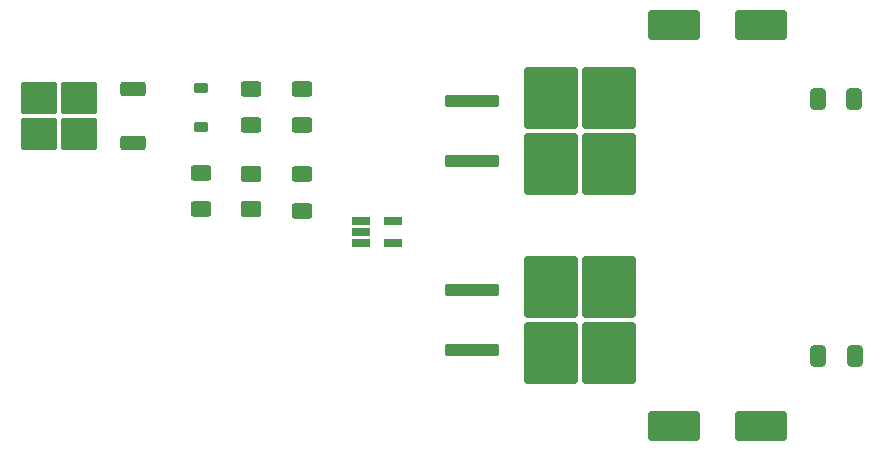
<source format=gtp>
%TF.GenerationSoftware,KiCad,Pcbnew,7.0.7*%
%TF.CreationDate,2023-08-30T15:56:40-04:00*%
%TF.ProjectId,RailSplitter,5261696c-5370-46c6-9974-7465722e6b69,rev?*%
%TF.SameCoordinates,Original*%
%TF.FileFunction,Paste,Top*%
%TF.FilePolarity,Positive*%
%FSLAX46Y46*%
G04 Gerber Fmt 4.6, Leading zero omitted, Abs format (unit mm)*
G04 Created by KiCad (PCBNEW 7.0.7) date 2023-08-30 15:56:40*
%MOMM*%
%LPD*%
G01*
G04 APERTURE LIST*
G04 Aperture macros list*
%AMRoundRect*
0 Rectangle with rounded corners*
0 $1 Rounding radius*
0 $2 $3 $4 $5 $6 $7 $8 $9 X,Y pos of 4 corners*
0 Add a 4 corners polygon primitive as box body*
4,1,4,$2,$3,$4,$5,$6,$7,$8,$9,$2,$3,0*
0 Add four circle primitives for the rounded corners*
1,1,$1+$1,$2,$3*
1,1,$1+$1,$4,$5*
1,1,$1+$1,$6,$7*
1,1,$1+$1,$8,$9*
0 Add four rect primitives between the rounded corners*
20,1,$1+$1,$2,$3,$4,$5,0*
20,1,$1+$1,$4,$5,$6,$7,0*
20,1,$1+$1,$6,$7,$8,$9,0*
20,1,$1+$1,$8,$9,$2,$3,0*%
G04 Aperture macros list end*
%ADD10RoundRect,0.250000X-0.625000X0.400000X-0.625000X-0.400000X0.625000X-0.400000X0.625000X0.400000X0*%
%ADD11R,1.560000X0.650000*%
%ADD12RoundRect,0.250000X1.950000X1.000000X-1.950000X1.000000X-1.950000X-1.000000X1.950000X-1.000000X0*%
%ADD13RoundRect,0.250000X0.412500X0.650000X-0.412500X0.650000X-0.412500X-0.650000X0.412500X-0.650000X0*%
%ADD14RoundRect,0.250001X0.624999X-0.462499X0.624999X0.462499X-0.624999X0.462499X-0.624999X-0.462499X0*%
%ADD15RoundRect,0.250000X-2.050000X-0.300000X2.050000X-0.300000X2.050000X0.300000X-2.050000X0.300000X0*%
%ADD16RoundRect,0.250000X-2.025000X-2.375000X2.025000X-2.375000X2.025000X2.375000X-2.025000X2.375000X0*%
%ADD17RoundRect,0.250000X0.850000X0.350000X-0.850000X0.350000X-0.850000X-0.350000X0.850000X-0.350000X0*%
%ADD18RoundRect,0.250000X1.275000X1.125000X-1.275000X1.125000X-1.275000X-1.125000X1.275000X-1.125000X0*%
%ADD19RoundRect,0.225000X-0.375000X0.225000X-0.375000X-0.225000X0.375000X-0.225000X0.375000X0.225000X0*%
%ADD20RoundRect,0.250000X-0.412500X-0.650000X0.412500X-0.650000X0.412500X0.650000X-0.412500X0.650000X0*%
G04 APERTURE END LIST*
D10*
%TO.C,R1*%
X111000000Y-113000000D03*
X111000000Y-116100000D03*
%TD*%
%TO.C,R4*%
X119500000Y-113150000D03*
X119500000Y-116250000D03*
%TD*%
D11*
%TO.C,U1*%
X124550000Y-117100000D03*
X124550000Y-118050000D03*
X124550000Y-119000000D03*
X127250000Y-119000000D03*
X127250000Y-117100000D03*
%TD*%
D12*
%TO.C,C2*%
X158400000Y-134500000D03*
X151000000Y-134500000D03*
%TD*%
D13*
%TO.C,C4*%
X166375000Y-128500000D03*
X163250000Y-128500000D03*
%TD*%
D14*
%TO.C,D2*%
X115250000Y-116125000D03*
X115250000Y-113150000D03*
%TD*%
D15*
%TO.C,Q2*%
X133925000Y-122935000D03*
D16*
X140650000Y-122700000D03*
X140650000Y-128250000D03*
X145500000Y-122700000D03*
X145500000Y-128250000D03*
D15*
X133925000Y-128015000D03*
%TD*%
D17*
%TO.C,Q1*%
X105250000Y-110500000D03*
D18*
X100625000Y-109745000D03*
X100625000Y-106695000D03*
X97275000Y-109745000D03*
X97275000Y-106695000D03*
D17*
X105250000Y-105940000D03*
%TD*%
D10*
%TO.C,R3*%
X119500000Y-105900000D03*
X119500000Y-109000000D03*
%TD*%
D19*
%TO.C,D1*%
X111000000Y-105850000D03*
X111000000Y-109150000D03*
%TD*%
D12*
%TO.C,C1*%
X158400000Y-100500000D03*
X151000000Y-100500000D03*
%TD*%
D15*
%TO.C,Q3*%
X133925000Y-106935000D03*
D16*
X140650000Y-106700000D03*
X140650000Y-112250000D03*
X145500000Y-106700000D03*
X145500000Y-112250000D03*
D15*
X133925000Y-112015000D03*
%TD*%
D20*
%TO.C,C3*%
X163187500Y-106750000D03*
X166312500Y-106750000D03*
%TD*%
D10*
%TO.C,R2*%
X115250000Y-105900000D03*
X115250000Y-109000000D03*
%TD*%
M02*

</source>
